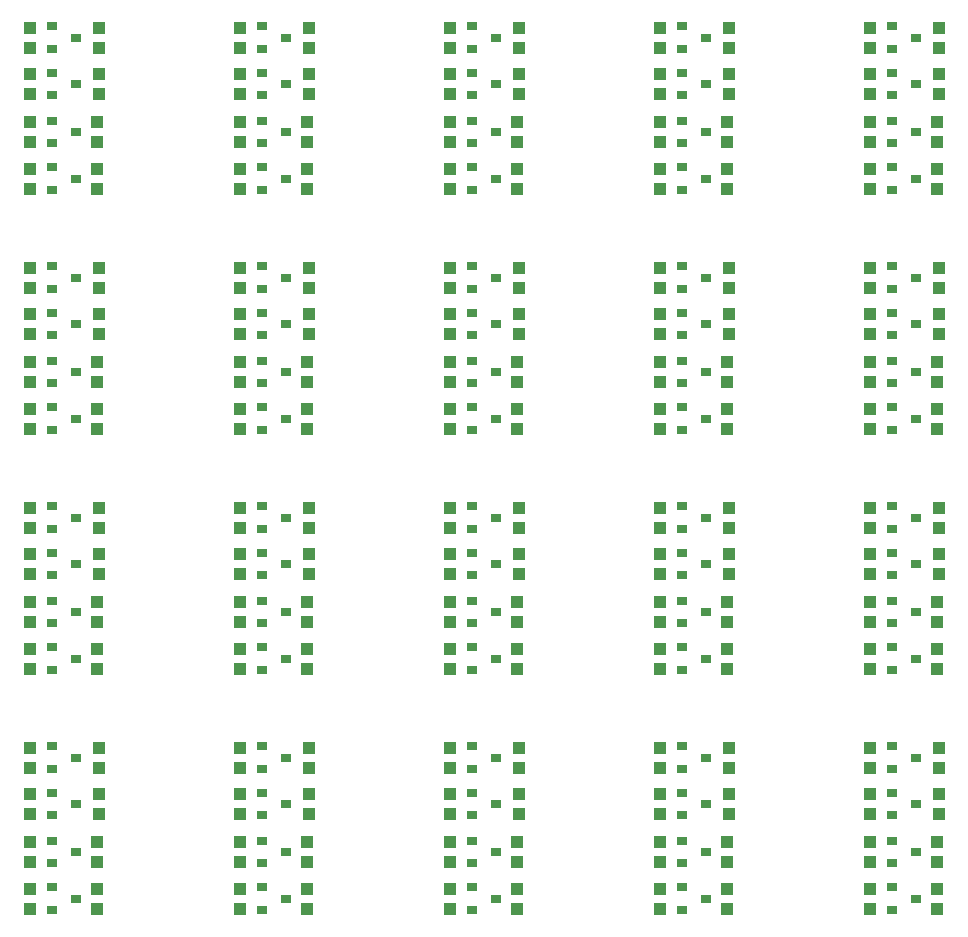
<source format=gtp>
G75*
G70*
%OFA0B0*%
%FSLAX24Y24*%
%IPPOS*%
%LPD*%
%AMOC8*
5,1,8,0,0,1.08239X$1,22.5*
%
%ADD10R,0.0354X0.0315*%
%ADD11R,0.0433X0.0394*%
D10*
X009759Y007932D03*
X010546Y008306D03*
X009759Y008680D03*
X009759Y009482D03*
X010546Y009856D03*
X009759Y010230D03*
X009759Y011082D03*
X010546Y011456D03*
X009759Y011830D03*
X009759Y012632D03*
X010546Y013006D03*
X009759Y013380D03*
X009759Y015932D03*
X009759Y016680D03*
X010546Y016306D03*
X009759Y017482D03*
X010546Y017856D03*
X009759Y018230D03*
X009759Y019082D03*
X009759Y019830D03*
X010546Y019456D03*
X009759Y020632D03*
X010546Y021006D03*
X009759Y021380D03*
X009759Y023932D03*
X010546Y024306D03*
X009759Y024680D03*
X009759Y025482D03*
X009759Y026230D03*
X010546Y025856D03*
X009759Y027082D03*
X010546Y027456D03*
X009759Y027830D03*
X009759Y028632D03*
X009759Y029380D03*
X010546Y029006D03*
X009759Y031932D03*
X010546Y032306D03*
X009759Y032680D03*
X009759Y033482D03*
X010546Y033856D03*
X009759Y034230D03*
X009759Y035082D03*
X010546Y035456D03*
X009759Y035830D03*
X009759Y036632D03*
X010546Y037006D03*
X009759Y037380D03*
X016759Y037380D03*
X016759Y036632D03*
X016759Y035830D03*
X016759Y035082D03*
X016759Y034230D03*
X016759Y033482D03*
X016759Y032680D03*
X016759Y031932D03*
X017546Y032306D03*
X017546Y033856D03*
X017546Y035456D03*
X017546Y037006D03*
X023759Y036632D03*
X023759Y035830D03*
X024546Y035456D03*
X023759Y035082D03*
X023759Y034230D03*
X024546Y033856D03*
X023759Y033482D03*
X023759Y032680D03*
X024546Y032306D03*
X023759Y031932D03*
X023759Y029380D03*
X023759Y028632D03*
X024546Y029006D03*
X023759Y027830D03*
X024546Y027456D03*
X023759Y027082D03*
X023759Y026230D03*
X023759Y025482D03*
X024546Y025856D03*
X023759Y024680D03*
X024546Y024306D03*
X023759Y023932D03*
X023759Y021380D03*
X024546Y021006D03*
X023759Y020632D03*
X023759Y019830D03*
X023759Y019082D03*
X024546Y019456D03*
X023759Y018230D03*
X024546Y017856D03*
X023759Y017482D03*
X023759Y016680D03*
X023759Y015932D03*
X024546Y016306D03*
X023759Y013380D03*
X024546Y013006D03*
X023759Y012632D03*
X023759Y011830D03*
X024546Y011456D03*
X023759Y011082D03*
X023759Y010230D03*
X024546Y009856D03*
X023759Y009482D03*
X023759Y008680D03*
X024546Y008306D03*
X023759Y007932D03*
X017546Y008306D03*
X016759Y008680D03*
X016759Y009482D03*
X016759Y010230D03*
X016759Y011082D03*
X016759Y011830D03*
X016759Y012632D03*
X016759Y013380D03*
X017546Y013006D03*
X017546Y011456D03*
X017546Y009856D03*
X016759Y007932D03*
X016759Y015932D03*
X016759Y016680D03*
X016759Y017482D03*
X016759Y018230D03*
X016759Y019082D03*
X016759Y019830D03*
X016759Y020632D03*
X016759Y021380D03*
X017546Y021006D03*
X017546Y019456D03*
X017546Y017856D03*
X017546Y016306D03*
X016759Y023932D03*
X016759Y024680D03*
X016759Y025482D03*
X016759Y026230D03*
X016759Y027082D03*
X016759Y027830D03*
X016759Y028632D03*
X016759Y029380D03*
X017546Y029006D03*
X017546Y027456D03*
X017546Y025856D03*
X017546Y024306D03*
X030759Y023932D03*
X030759Y024680D03*
X030759Y025482D03*
X030759Y026230D03*
X030759Y027082D03*
X030759Y027830D03*
X030759Y028632D03*
X030759Y029380D03*
X031546Y029006D03*
X031546Y027456D03*
X031546Y025856D03*
X031546Y024306D03*
X030759Y021380D03*
X030759Y020632D03*
X030759Y019830D03*
X030759Y019082D03*
X030759Y018230D03*
X030759Y017482D03*
X030759Y016680D03*
X030759Y015932D03*
X031546Y016306D03*
X031546Y017856D03*
X031546Y019456D03*
X031546Y021006D03*
X037759Y020632D03*
X038546Y021006D03*
X037759Y021380D03*
X037759Y019830D03*
X037759Y019082D03*
X038546Y019456D03*
X037759Y018230D03*
X038546Y017856D03*
X037759Y017482D03*
X037759Y016680D03*
X037759Y015932D03*
X038546Y016306D03*
X037759Y013380D03*
X038546Y013006D03*
X037759Y012632D03*
X037759Y011830D03*
X038546Y011456D03*
X037759Y011082D03*
X037759Y010230D03*
X038546Y009856D03*
X037759Y009482D03*
X037759Y008680D03*
X038546Y008306D03*
X037759Y007932D03*
X031546Y008306D03*
X030759Y008680D03*
X030759Y009482D03*
X030759Y010230D03*
X030759Y011082D03*
X030759Y011830D03*
X030759Y012632D03*
X030759Y013380D03*
X031546Y013006D03*
X031546Y011456D03*
X031546Y009856D03*
X030759Y007932D03*
X037759Y023932D03*
X038546Y024306D03*
X037759Y024680D03*
X037759Y025482D03*
X037759Y026230D03*
X038546Y025856D03*
X037759Y027082D03*
X038546Y027456D03*
X037759Y027830D03*
X037759Y028632D03*
X037759Y029380D03*
X038546Y029006D03*
X037759Y031932D03*
X038546Y032306D03*
X037759Y032680D03*
X037759Y033482D03*
X038546Y033856D03*
X037759Y034230D03*
X037759Y035082D03*
X038546Y035456D03*
X037759Y035830D03*
X037759Y036632D03*
X038546Y037006D03*
X037759Y037380D03*
X031546Y037006D03*
X030759Y037380D03*
X030759Y036632D03*
X030759Y035830D03*
X030759Y035082D03*
X030759Y034230D03*
X030759Y033482D03*
X030759Y032680D03*
X030759Y031932D03*
X031546Y032306D03*
X031546Y033856D03*
X031546Y035456D03*
X024546Y037006D03*
X023759Y037380D03*
D11*
X009002Y007971D03*
X009002Y008641D03*
X009002Y009521D03*
X009002Y010191D03*
X009002Y011121D03*
X009002Y011791D03*
X009002Y012671D03*
X009002Y013341D03*
X011302Y013341D03*
X011302Y012671D03*
X011302Y011791D03*
X011302Y011121D03*
X011252Y010191D03*
X011252Y009521D03*
X011252Y008641D03*
X011252Y007971D03*
X016002Y007971D03*
X016002Y008641D03*
X016002Y009521D03*
X016002Y010191D03*
X016002Y011121D03*
X016002Y011791D03*
X016002Y012671D03*
X016002Y013341D03*
X018302Y013341D03*
X018302Y012671D03*
X018302Y011791D03*
X018302Y011121D03*
X018252Y010191D03*
X018252Y009521D03*
X018252Y008641D03*
X018252Y007971D03*
X023002Y007971D03*
X023002Y008641D03*
X023002Y009521D03*
X023002Y010191D03*
X023002Y011121D03*
X023002Y011791D03*
X023002Y012671D03*
X023002Y013341D03*
X025302Y013341D03*
X025302Y012671D03*
X025302Y011791D03*
X025302Y011121D03*
X025252Y010191D03*
X025252Y009521D03*
X025252Y008641D03*
X025252Y007971D03*
X030002Y007971D03*
X030002Y008641D03*
X030002Y009521D03*
X030002Y010191D03*
X030002Y011121D03*
X030002Y011791D03*
X030002Y012671D03*
X030002Y013341D03*
X032302Y013341D03*
X032302Y012671D03*
X032302Y011791D03*
X032302Y011121D03*
X032252Y010191D03*
X032252Y009521D03*
X032252Y008641D03*
X032252Y007971D03*
X037002Y007971D03*
X037002Y008641D03*
X037002Y009521D03*
X037002Y010191D03*
X037002Y011121D03*
X037002Y011791D03*
X037002Y012671D03*
X037002Y013341D03*
X039302Y013341D03*
X039302Y012671D03*
X039302Y011791D03*
X039302Y011121D03*
X039252Y010191D03*
X039252Y009521D03*
X039252Y008641D03*
X039252Y007971D03*
X039252Y015971D03*
X039252Y016641D03*
X039252Y017521D03*
X039252Y018191D03*
X039302Y019121D03*
X039302Y019791D03*
X039302Y020671D03*
X039302Y021341D03*
X037002Y021341D03*
X037002Y020671D03*
X037002Y019791D03*
X037002Y019121D03*
X037002Y018191D03*
X037002Y017521D03*
X037002Y016641D03*
X037002Y015971D03*
X032252Y015971D03*
X032252Y016641D03*
X032252Y017521D03*
X032252Y018191D03*
X032302Y019121D03*
X032302Y019791D03*
X032302Y020671D03*
X032302Y021341D03*
X030002Y021341D03*
X030002Y020671D03*
X030002Y019791D03*
X030002Y019121D03*
X030002Y018191D03*
X030002Y017521D03*
X030002Y016641D03*
X030002Y015971D03*
X025252Y015971D03*
X025252Y016641D03*
X025252Y017521D03*
X025252Y018191D03*
X025302Y019121D03*
X025302Y019791D03*
X025302Y020671D03*
X025302Y021341D03*
X023002Y021341D03*
X023002Y020671D03*
X023002Y019791D03*
X023002Y019121D03*
X023002Y018191D03*
X023002Y017521D03*
X023002Y016641D03*
X023002Y015971D03*
X018252Y015971D03*
X018252Y016641D03*
X018252Y017521D03*
X018252Y018191D03*
X018302Y019121D03*
X018302Y019791D03*
X018302Y020671D03*
X018302Y021341D03*
X016002Y021341D03*
X016002Y020671D03*
X016002Y019791D03*
X016002Y019121D03*
X016002Y018191D03*
X016002Y017521D03*
X016002Y016641D03*
X016002Y015971D03*
X011252Y015971D03*
X011252Y016641D03*
X011252Y017521D03*
X011252Y018191D03*
X011302Y019121D03*
X011302Y019791D03*
X011302Y020671D03*
X011302Y021341D03*
X009002Y021341D03*
X009002Y020671D03*
X009002Y019791D03*
X009002Y019121D03*
X009002Y018191D03*
X009002Y017521D03*
X009002Y016641D03*
X009002Y015971D03*
X009002Y023971D03*
X009002Y024641D03*
X009002Y025521D03*
X009002Y026191D03*
X009002Y027121D03*
X009002Y027791D03*
X009002Y028671D03*
X009002Y029341D03*
X011302Y029341D03*
X011302Y028671D03*
X011302Y027791D03*
X011302Y027121D03*
X011252Y026191D03*
X011252Y025521D03*
X011252Y024641D03*
X011252Y023971D03*
X016002Y023971D03*
X016002Y024641D03*
X016002Y025521D03*
X016002Y026191D03*
X016002Y027121D03*
X016002Y027791D03*
X016002Y028671D03*
X016002Y029341D03*
X018302Y029341D03*
X018302Y028671D03*
X018302Y027791D03*
X018302Y027121D03*
X018252Y026191D03*
X018252Y025521D03*
X018252Y024641D03*
X018252Y023971D03*
X023002Y023971D03*
X023002Y024641D03*
X023002Y025521D03*
X023002Y026191D03*
X023002Y027121D03*
X023002Y027791D03*
X023002Y028671D03*
X023002Y029341D03*
X025302Y029341D03*
X025302Y028671D03*
X025302Y027791D03*
X025302Y027121D03*
X025252Y026191D03*
X025252Y025521D03*
X025252Y024641D03*
X025252Y023971D03*
X030002Y023971D03*
X030002Y024641D03*
X030002Y025521D03*
X030002Y026191D03*
X030002Y027121D03*
X030002Y027791D03*
X030002Y028671D03*
X030002Y029341D03*
X032302Y029341D03*
X032302Y028671D03*
X032302Y027791D03*
X032302Y027121D03*
X032252Y026191D03*
X032252Y025521D03*
X032252Y024641D03*
X032252Y023971D03*
X037002Y023971D03*
X037002Y024641D03*
X037002Y025521D03*
X037002Y026191D03*
X037002Y027121D03*
X037002Y027791D03*
X037002Y028671D03*
X037002Y029341D03*
X039302Y029341D03*
X039302Y028671D03*
X039302Y027791D03*
X039302Y027121D03*
X039252Y026191D03*
X039252Y025521D03*
X039252Y024641D03*
X039252Y023971D03*
X039252Y031971D03*
X039252Y032641D03*
X039252Y033521D03*
X039252Y034191D03*
X039302Y035121D03*
X039302Y035791D03*
X039302Y036671D03*
X039302Y037341D03*
X037002Y037341D03*
X037002Y036671D03*
X037002Y035791D03*
X037002Y035121D03*
X037002Y034191D03*
X037002Y033521D03*
X037002Y032641D03*
X037002Y031971D03*
X032252Y031971D03*
X032252Y032641D03*
X032252Y033521D03*
X032252Y034191D03*
X032302Y035121D03*
X032302Y035791D03*
X032302Y036671D03*
X032302Y037341D03*
X030002Y037341D03*
X030002Y036671D03*
X030002Y035791D03*
X030002Y035121D03*
X030002Y034191D03*
X030002Y033521D03*
X030002Y032641D03*
X030002Y031971D03*
X025252Y031971D03*
X025252Y032641D03*
X025252Y033521D03*
X025252Y034191D03*
X025302Y035121D03*
X025302Y035791D03*
X025302Y036671D03*
X025302Y037341D03*
X023002Y037341D03*
X023002Y036671D03*
X023002Y035791D03*
X023002Y035121D03*
X023002Y034191D03*
X023002Y033521D03*
X023002Y032641D03*
X023002Y031971D03*
X018252Y031971D03*
X018252Y032641D03*
X018252Y033521D03*
X018252Y034191D03*
X018302Y035121D03*
X018302Y035791D03*
X018302Y036671D03*
X018302Y037341D03*
X016002Y037341D03*
X016002Y036671D03*
X016002Y035791D03*
X016002Y035121D03*
X016002Y034191D03*
X016002Y033521D03*
X016002Y032641D03*
X016002Y031971D03*
X011252Y031971D03*
X011252Y032641D03*
X011252Y033521D03*
X011252Y034191D03*
X011302Y035121D03*
X011302Y035791D03*
X011302Y036671D03*
X011302Y037341D03*
X009002Y037341D03*
X009002Y036671D03*
X009002Y035791D03*
X009002Y035121D03*
X009002Y034191D03*
X009002Y033521D03*
X009002Y032641D03*
X009002Y031971D03*
M02*

</source>
